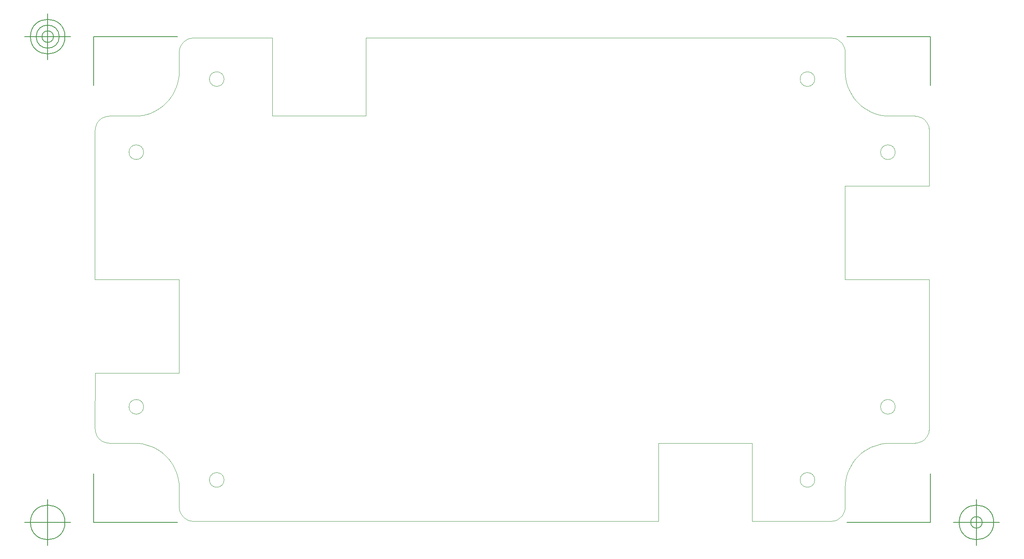
<source format=gbr>
G04 Generated by Ultiboard 14.2 *
%FSLAX24Y24*%
%MOIN*%

%ADD10C,0.0001*%
%ADD11C,0.0001*%
%ADD12C,0.0050*%


G04 ColorRGB 00FFFF for the following layer *
%LNBoard Outline*%
%LPD*%
G54D10*
G54D11*
X-25862Y-17137D02*
G75*
D01*
G02X-25862Y-17137I625J0*
G01*
X-32737Y10888D02*
G75*
D01*
G02X-32737Y10888I625J0*
G01*
X-28459Y-19418D02*
X-28454Y-19527D01*
X-28440Y-19635D01*
X-28416Y-19741D01*
X-28383Y-19845D01*
X-28342Y-19946D01*
X-28291Y-20043D01*
X-28233Y-20135D01*
X-28166Y-20221D01*
X-28093Y-20302D01*
X-28012Y-20375D01*
X-27926Y-20442D01*
X-27834Y-20500D01*
X-27737Y-20551D01*
X-27636Y-20592D01*
X-27532Y-20625D01*
X-27426Y-20649D01*
X-27318Y-20663D01*
X-27209Y-20668D01*
X-28459Y-17794D02*
X-28459Y-19418D01*
X-28459Y-17794D02*
X-28473Y-17462D01*
X-28517Y-17133D01*
X-28588Y-16809D01*
X-28688Y-16492D01*
X-28815Y-16185D01*
X-28969Y-15890D01*
X-29147Y-15610D01*
X-29349Y-15347D01*
X-29574Y-15102D01*
X-29819Y-14877D01*
X-30082Y-14675D01*
X-30362Y-14497D01*
X-30657Y-14343D01*
X-30964Y-14216D01*
X-31281Y-14116D01*
X-31605Y-14045D01*
X-31934Y-14001D01*
X-32266Y-13987D01*
X-32266Y-13987D01*
X-34393Y-13987D02*
X-32266Y-13987D01*
X-35643Y-12737D02*
X-35638Y-12846D01*
X-35624Y-12954D01*
X-35600Y-13060D01*
X-35567Y-13164D01*
X-35526Y-13265D01*
X-35475Y-13362D01*
X-35417Y-13454D01*
X-35350Y-13540D01*
X-35277Y-13621D01*
X-35196Y-13694D01*
X-35110Y-13761D01*
X-35018Y-13819D01*
X-34921Y-13870D01*
X-34820Y-13911D01*
X-34716Y-13944D01*
X-34610Y-13968D01*
X-34502Y-13982D01*
X-34393Y-13987D01*
X-34393Y13987D02*
X-34502Y13982D01*
X-34610Y13968D01*
X-34716Y13944D01*
X-34820Y13911D01*
X-34921Y13870D01*
X-35018Y13819D01*
X-35110Y13761D01*
X-35196Y13694D01*
X-35277Y13621D01*
X-35350Y13540D01*
X-35417Y13454D01*
X-35475Y13362D01*
X-35526Y13265D01*
X-35567Y13164D01*
X-35600Y13060D01*
X-35624Y12954D01*
X-35638Y12846D01*
X-35643Y12737D01*
X-32266Y13987D02*
X-34393Y13987D01*
X-32266Y13987D02*
X-31934Y14001D01*
X-31605Y14045D01*
X-31281Y14116D01*
X-30964Y14216D01*
X-30657Y14343D01*
X-30362Y14497D01*
X-30082Y14675D01*
X-29819Y14877D01*
X-29574Y15102D01*
X-29349Y15347D01*
X-29147Y15610D01*
X-28969Y15890D01*
X-28815Y16185D01*
X-28688Y16492D01*
X-28588Y16809D01*
X-28517Y17133D01*
X-28473Y17462D01*
X-28459Y17794D01*
X-28459Y19418D02*
X-28459Y17794D01*
X-27209Y20668D02*
X-27318Y20663D01*
X-27426Y20649D01*
X-27532Y20625D01*
X-27636Y20592D01*
X-27737Y20551D01*
X-27834Y20500D01*
X-27926Y20442D01*
X-28012Y20375D01*
X-28093Y20302D01*
X-28166Y20221D01*
X-28233Y20135D01*
X-28291Y20043D01*
X-28342Y19946D01*
X-28383Y19845D01*
X-28416Y19741D01*
X-28440Y19635D01*
X-28454Y19527D01*
X-28459Y19418D01*
X-32737Y-10887D02*
G75*
D01*
G02X-32737Y-10887I625J0*
G01*
X-27209Y20668D02*
X-20500Y20668D01*
X-27209Y-20668D02*
X0Y-20668D01*
X-20500Y20668D02*
X-20500Y13987D01*
X-35643Y12737D02*
X-35643Y0D01*
X-20500Y13987D02*
X-12500Y13987D01*
X0Y20668D02*
X-12500Y20668D01*
X-12500Y13987D01*
X-28459Y0D02*
X-28459Y-8000D01*
X-35640Y-8000D01*
X-28459Y0D02*
X-35643Y0D01*
X-35640Y-8000D02*
X-35643Y-12737D01*
X-25862Y17138D02*
G75*
D01*
G02X-25862Y17138I625J0*
G01*
X24613Y17138D02*
G75*
D01*
G02X24613Y17138I625J0*
G01*
X31488Y-10887D02*
G75*
D01*
G02X31488Y-10887I625J0*
G01*
X28459Y19418D02*
X28454Y19527D01*
X28440Y19635D01*
X28416Y19741D01*
X28383Y19845D01*
X28342Y19946D01*
X28291Y20043D01*
X28233Y20135D01*
X28166Y20221D01*
X28093Y20302D01*
X28012Y20375D01*
X27926Y20442D01*
X27834Y20500D01*
X27737Y20551D01*
X27636Y20592D01*
X27532Y20625D01*
X27426Y20649D01*
X27318Y20663D01*
X27209Y20668D01*
X28459Y17794D02*
X28459Y19418D01*
X28459Y17794D02*
X28473Y17462D01*
X28517Y17133D01*
X28588Y16809D01*
X28688Y16492D01*
X28815Y16185D01*
X28969Y15890D01*
X29147Y15610D01*
X29349Y15347D01*
X29574Y15102D01*
X29819Y14877D01*
X30082Y14675D01*
X30362Y14497D01*
X30657Y14343D01*
X30964Y14216D01*
X31281Y14116D01*
X31605Y14045D01*
X31934Y14001D01*
X32266Y13987D01*
X32266Y13987D01*
X34393Y13987D02*
X32266Y13987D01*
X35643Y12737D02*
X35638Y12846D01*
X35624Y12954D01*
X35600Y13060D01*
X35567Y13164D01*
X35526Y13265D01*
X35475Y13362D01*
X35417Y13454D01*
X35350Y13540D01*
X35277Y13621D01*
X35196Y13694D01*
X35110Y13761D01*
X35018Y13819D01*
X34921Y13870D01*
X34820Y13911D01*
X34716Y13944D01*
X34610Y13968D01*
X34502Y13982D01*
X34393Y13987D01*
X34393Y-13987D02*
X34502Y-13982D01*
X34610Y-13968D01*
X34716Y-13944D01*
X34820Y-13911D01*
X34921Y-13870D01*
X35018Y-13819D01*
X35110Y-13761D01*
X35196Y-13694D01*
X35277Y-13621D01*
X35350Y-13540D01*
X35417Y-13454D01*
X35475Y-13362D01*
X35526Y-13265D01*
X35567Y-13164D01*
X35600Y-13060D01*
X35624Y-12954D01*
X35638Y-12846D01*
X35643Y-12737D01*
X32266Y-13987D02*
X34393Y-13987D01*
X32266Y-13987D02*
X31934Y-14001D01*
X31605Y-14045D01*
X31281Y-14116D01*
X30964Y-14216D01*
X30657Y-14343D01*
X30362Y-14497D01*
X30082Y-14675D01*
X29819Y-14877D01*
X29574Y-15102D01*
X29349Y-15347D01*
X29147Y-15610D01*
X28969Y-15890D01*
X28815Y-16185D01*
X28688Y-16492D01*
X28588Y-16809D01*
X28517Y-17133D01*
X28473Y-17462D01*
X28459Y-17794D01*
X28459Y-17794D01*
X28459Y-19418D02*
X28459Y-17794D01*
X27209Y-20668D02*
X27318Y-20663D01*
X27426Y-20649D01*
X27532Y-20625D01*
X27636Y-20592D01*
X27737Y-20551D01*
X27834Y-20500D01*
X27926Y-20442D01*
X28012Y-20375D01*
X28093Y-20302D01*
X28166Y-20221D01*
X28233Y-20135D01*
X28291Y-20043D01*
X28342Y-19946D01*
X28383Y-19845D01*
X28416Y-19741D01*
X28440Y-19635D01*
X28454Y-19527D01*
X28459Y-19418D01*
X31488Y10888D02*
G75*
D01*
G02X31488Y10888I625J0*
G01*
X27209Y-20668D02*
X20500Y-20668D01*
X27209Y20668D02*
X0Y20668D01*
X20500Y-20668D02*
X20500Y-13987D01*
X35643Y-12737D02*
X35643Y0D01*
X20500Y-13987D02*
X12500Y-13987D01*
X0Y-20668D02*
X12500Y-20668D01*
X12500Y-13987D01*
X28459Y0D02*
X28459Y8000D01*
X35640Y8000D01*
X28459Y0D02*
X35643Y0D01*
X35640Y8000D02*
X35643Y12737D01*
X24613Y-17137D02*
G75*
D01*
G02X24613Y-17137I625J0*
G01*
G54D12*
X-35743Y-20768D02*
X-35743Y-16614D01*
X-35743Y-20768D02*
X-28594Y-20768D01*
X35743Y-20768D02*
X28594Y-20768D01*
X35743Y-20768D02*
X35743Y-16614D01*
X35743Y20768D02*
X35743Y16614D01*
X35743Y20768D02*
X28594Y20768D01*
X-35743Y20768D02*
X-28594Y20768D01*
X-35743Y20768D02*
X-35743Y16614D01*
X-37711Y-20768D02*
X-41648Y-20768D01*
X-39680Y-22736D02*
X-39680Y-18799D01*
X-41156Y-20768D02*
G75*
D01*
G02X-41156Y-20768I1476J0*
G01*
X37711Y-20768D02*
X41648Y-20768D01*
X39680Y-22736D02*
X39680Y-18799D01*
X38203Y-20768D02*
G75*
D01*
G02X38203Y-20768I1477J0*
G01*
X39188Y-20768D02*
G75*
D01*
G02X39188Y-20768I492J0*
G01*
X-37711Y20768D02*
X-41648Y20768D01*
X-39680Y18799D02*
X-39680Y22736D01*
X-41156Y20768D02*
G75*
D01*
G02X-41156Y20768I1476J0*
G01*
X-40664Y20768D02*
G75*
D01*
G02X-40664Y20768I984J0*
G01*
X-40172Y20768D02*
G75*
D01*
G02X-40172Y20768I492J0*
G01*

M02*

</source>
